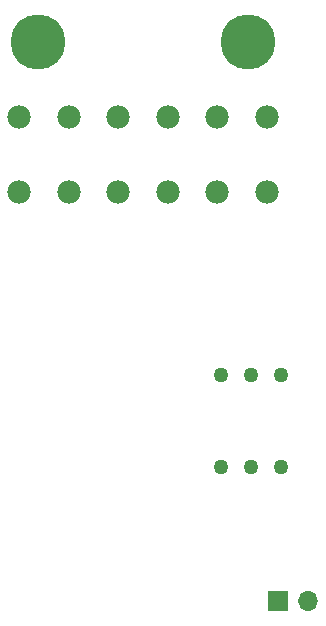
<source format=gbr>
%TF.GenerationSoftware,KiCad,Pcbnew,(6.0.8)*%
%TF.CreationDate,2023-11-13T19:04:35+01:00*%
%TF.ProjectId,BSPD-07,42535044-2d30-4372-9e6b-696361645f70,rev?*%
%TF.SameCoordinates,Original*%
%TF.FileFunction,Soldermask,Bot*%
%TF.FilePolarity,Negative*%
%FSLAX46Y46*%
G04 Gerber Fmt 4.6, Leading zero omitted, Abs format (unit mm)*
G04 Created by KiCad (PCBNEW (6.0.8)) date 2023-11-13 19:04:35*
%MOMM*%
%LPD*%
G01*
G04 APERTURE LIST*
%ADD10C,1.269000*%
%ADD11R,1.700000X1.700000*%
%ADD12O,1.700000X1.700000*%
%ADD13C,4.665000*%
%ADD14C,1.965000*%
G04 APERTURE END LIST*
D10*
%TO.C,RV1*%
X170561000Y-113715800D03*
X173101000Y-113715800D03*
X175641000Y-113715800D03*
%TD*%
%TO.C,RV2*%
X170561000Y-121500500D03*
X173101000Y-121500500D03*
X175641000Y-121500500D03*
%TD*%
D11*
%TO.C,JP1*%
X175382000Y-132842000D03*
D12*
X177922000Y-132842000D03*
%TD*%
D13*
%TO.C,J1*%
X155033800Y-85496400D03*
X172813800Y-85496400D03*
D14*
X174403800Y-91846400D03*
X170213800Y-91846400D03*
X166023800Y-91846400D03*
X161833800Y-91846400D03*
X157643800Y-91846400D03*
X153453800Y-91846400D03*
X153453800Y-98196400D03*
X157643800Y-98196400D03*
X161833800Y-98196400D03*
X166023800Y-98196400D03*
X170213800Y-98196400D03*
X174403800Y-98196400D03*
%TD*%
M02*

</source>
